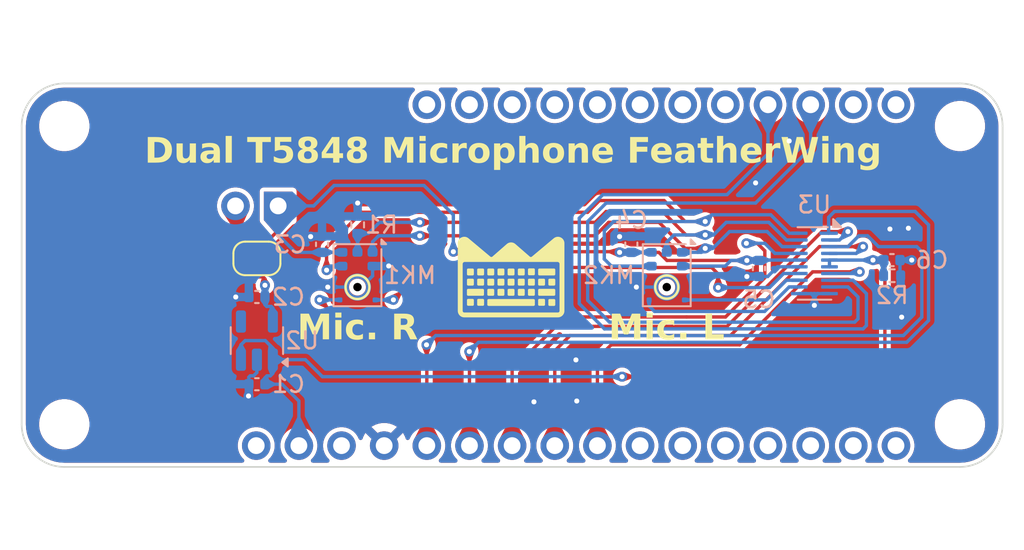
<source format=kicad_pcb>
(kicad_pcb (version 20241229) (generator "pcbnew") (generator_version "9.0")
  (layers (0 "F.Cu" signal) (4 "In1.Cu" signal) (6 "In2.Cu" signal) (2 "B.Cu" signal) (13 "F.Paste" user) (15 "B.Paste" user) (5 "F.SilkS" user "F.Silkscreen") (7 "B.SilkS" user "B.Silkscreen") (1 "F.Mask" user) (3 "B.Mask" user) (25 "Edge.Cuts" user))
  (net 0 "")
  (net 1 "/THSEL_1")
  (net 2 "GND")
  (net 3 "/WAKE_1")
  (net 4 "/WS")
  (net 5 "/SD")
  (net 7 "+1.8V")
  (net 8 "/SCK")
  (net 9 "/THSEL_2")
  (net 11 "/WAKE_2")
  (net 13 "VDD")
  (net 31 "/THSEL_1_{LS}")
  (net 32 "/WAKE_1_{LS}")
  (net 33 "/WS_{LS}")
  (net 34 "/SD_{LS}")
  (net 35 "/SCK_{LS}")
  (net 36 "/THSEL_2_{LS}")
  (net 37 "/WAKE_2_{LS}")
  (net 38 "Net-(J3-Pin_2)")
  (footprint "Connector_PinHeader_2.54mm:PinHeader_1x02_P2.54mm_Vertical" (layer "F.Cu") (at 134.564999 100.87 -90)
    (property "Reference" "J3" (hide yes))
    (property "Value" "Conn_01x02")
    (pad "1" thru_hole rect (at 0 0 270) (size 1.7 1.7) (drill 1) (layers "*.Cu" "B.Mask") (net 7 "+1.8V"))
    (pad "2" thru_hole circle (at 0 2.54 270) (size 1.7 1.7) (drill 1) (layers "*.Cu" "B.Mask") (net 38 "Net-(J3-Pin_2)"))
  )
  (footprint "MountingHole:MountingHole_2.5mm" (layer "F.Cu") (at 121.83 113.89)
    (property "Reference" "H3" (hide yes))
    (property "Value" "MountingHole" (hide yes))
    (pad "" np_thru_hole circle (at 0 0) (size 2.5 2.5) (drill 2.5) (layers "*.Cu" "*.Mask"))
  )
  (footprint "MountingHole:MountingHole_2.5mm" (layer "F.Cu") (at 121.83 96.11)
    (property "Reference" "H1" (hide yes))
    (property "Value" "MountingHole" (hide yes))
    (pad "" np_thru_hole circle (at 0 0) (size 2.5 2.5) (drill 2.5) (layers "*.Cu" "*.Mask"))
  )
  (footprint "MountingHole:MountingHole_2.5mm" (layer "F.Cu") (at 175.17 96.11)
    (property "Reference" "H2" (hide yes))
    (property "Value" "MountingHole" (hide yes))
    (pad "" np_thru_hole circle (at 0 0) (size 2.5 2.5) (drill 2.5) (layers "*.Cu" "*.Mask"))
  )
  (footprint "LordsBoards-Symbol:LordsBoardsLogo_Medium_Silk" (layer "F.Cu") (at 145.2646 102.71)
    (property "Reference" "REF**" (hide yes))
    (property "Value" "LordsBoardsLogo_Small_Silk" (hide yes))
  )
  (footprint "Jumper:SolderJumper-2_P1.3mm_Bridged_RoundedPad1.0x1.5mm" (layer "F.Cu") (at 133.3 104)
    (property "Reference" "JP1" (hide yes))
    (property "Value" "SolderJumper_2_Bridged")
    (fp_poly (pts (xy 0.25 -0.3) (xy -0.25 -0.3) (xy -0.25 0.3) (xy 0.25 0.3)) (fill yes) (layer "F.Cu"))
    (pad "1" smd custom (at -0.650001 0.000002) (size 1 0.5) (layers "F.Cu" "F.Mask") (net 38 "Net-(J3-Pin_2)") (options (clearance outline) (anchor rect)) (primitives (gr_circle (center 0 0.25) (end 0.5 0.25) (width 0) (fill yes)) (gr_circle (center 0 -0.25) (end 0.5 -0.25) (width 0) (fill yes)) (gr_poly (pts (xy 0.5 0.75) (xy 0 0.75) (xy 0 -0.75) (xy 0.5 -0.75)) (width 0) (fill yes))))
    (pad "2" smd custom (at 0.650001 -0.000002) (size 1 0.5) (layers "F.Cu" "F.Mask") (net 7 "+1.8V") (options (clearance outline) (anchor rect)) (primitives (gr_circle (center 0 0.25) (end 0.5 0.25) (width 0) (fill yes)) (gr_circle (center 0 -0.25) (end 0.5 -0.25) (width 0) (fill yes)) (gr_poly (pts (xy 0 0.75) (xy -0.5 0.75) (xy -0.5 -0.75) (xy 0 -0.75)) (width 0) (fill yes))))
  )
  (footprint "MountingHole:MountingHole_2.5mm" (layer "F.Cu") (at 175.17 113.89)
    (property "Reference" "H4" (hide yes))
    (property "Value" "MountingHole" (hide yes))
    (pad "" np_thru_hole circle (at 0 0) (size 2.5 2.5) (drill 2.5) (layers "*.Cu" "*.Mask"))
  )
  (footprint "Capacitor_SMD:C_0402_1005Metric" (layer "B.Cu") (at 163.2 104.6 -90)
    (property "Reference" "C5" (at 1.85 0.000001 180) (layer "B.SilkS") (effects (justify mirror)))
    (property "Value" "1uF")
    (pad "1" smd roundrect (at -0.48 0 270) (size 0.56 0.62) (layers "B.Cu" "B.Mask" "B.Paste") (net 7 "+1.8V"))
    (pad "2" smd roundrect (at 0.48 0 270) (size 0.56 0.62) (layers "B.Cu" "B.Mask" "B.Paste") (net 2 "GND"))
  )
  (footprint "Capacitor_SMD:C_0402_1005Metric" (layer "B.Cu") (at 155.6 103.16 90)
    (property "Reference" "C4" (at 1.44 0 180) (layer "B.SilkS") (effects (justify mirror)))
    (property "Value" "1uF")
    (pad "1" smd roundrect (at -0.48 0 90) (size 0.56 0.62) (layers "B.Cu" "B.Mask" "B.Paste") (net 7 "+1.8V"))
    (pad "2" smd roundrect (at 0.48 0 90) (size 0.56 0.62) (layers "B.Cu" "B.Mask" "B.Paste") (net 2 "GND"))
  )
  (footprint "Capacitor_SMD:C_0402_1005Metric" (layer "B.Cu") (at 137.18 103.16 90)
    (property "Reference" "C3" (at -0.0148 -1.8996 180) (layer "B.SilkS") (effects (justify mirror)))
    (property "Value" "1uF")
    (pad "1" smd roundrect (at -0.48 0 90) (size 0.56 0.62) (layers "B.Cu" "B.Mask" "B.Paste") (net 7 "+1.8V"))
    (pad "2" smd roundrect (at 0.48 0 90) (size 0.56 0.62) (layers "B.Cu" "B.Mask" "B.Paste") (net 2 "GND"))
  )
  (footprint "T5848:TDK_T5848-8_3.5x2.65mm" (layer "B.Cu") (at 157.71 105 180)
    (property "Reference" "MK2" (at 3.4558 -0.0036 0) (layer "B.SilkS") (effects (justify mirror)))
    (property "Value" "T5848")
    (pad "" np_thru_hole circle (at 0 -0.71 180) (size 0.5 0.5) (drill 0.5) (layers "*.Mask"))
    (pad "1" smd roundrect (at -0.9 1.364 180) (size 0.6 0.522) (layers "B.Cu" "B.Mask" "B.Paste") (net 33 "/WS_{LS}"))
    (pad "2" smd roundrect (at -0.9 0.542 180) (size 0.6 0.522) (layers "B.Cu" "B.Mask" "B.Paste") (net 7 "+1.8V"))
    (pad "3" smd custom (at 0.6625 -0.71 90) (size 0.3 0.3) (layers "B.Cu" "B.Mask") (net 2 "GND") (options (clearance outline) (anchor circle)) (primitives (gr_circle (center 0 0.6625) (end 0.6625 0.6625) (width 0.3) (fill no))))
    (pad "4" smd roundrect (at -1.05 -1.475 180) (size 0.3 0.3) (layers "B.Cu" "B.Mask" "B.Paste") (net 37 "/WAKE_2_{LS}"))
    (pad "5" smd roundrect (at 1.05 -1.475 180) (size 0.3 0.3) (layers "B.Cu" "B.Mask" "B.Paste") (net 36 "/THSEL_2_{LS}"))
    (pad "6" smd roundrect (at 0.9 0.542 180) (size 0.6 0.522) (layers "B.Cu" "B.Mask" "B.Paste") (net 35 "/SCK_{LS}"))
    (pad "7" smd roundrect (at 0.9 1.364 180) (size 0.6 0.522) (layers "B.Cu" "B.Mask" "B.Paste") (net 7 "+1.8V"))
    (pad "8" smd roundrect (at 0 1.364 180) (size 0.6 0.522) (layers "B.Cu" "B.Mask" "B.Paste") (net 34 "/SD_{LS}"))
  )
  (footprint "Resistor_SMD:R_0402_1005Metric" (layer "B.Cu") (at 171.13 105.03)
    (property "Reference" "R2" (at 0 1.17 0) (layer "B.SilkS") (effects (justify mirror)))
    (property "Value" "1MR")
    (pad "1" smd roundrect (at -0.510001 0) (size 0.54 0.64) (layers "B.Cu" "B.Mask" "B.Paste") (net 13 "VDD"))
    (pad "2" smd roundrect (at 0.510001 0) (size 0.54 0.64) (layers "B.Cu" "B.Mask" "B.Paste") (net 2 "GND"))
  )
  (footprint "Connector_PinHeader_2.54mm:PinHeader_1x16_P2.54mm_Vertical" (layer "B.Cu") (at 133.26 115.16 -90)
    (property "Reference" "J1" (hide yes))
    (property "Value" "Conn_01x16_Pin")
    (pad "1" thru_hole circle (at 0 0 270) (size 1.7 1.7) (drill 1) (layers "*.Cu" "*.Mask"))
    (pad "2" thru_hole circle (at 0 -2.54 270) (size 1.7 1.7) (drill 1) (layers "*.Cu" "*.Mask") (net 13 "VDD"))
    (pad "3" thru_hole circle (at 0.000001 -5.08 270) (size 1.7 1.7) (drill 1) (layers "*.Cu" "*.Mask"))
    (pad "4" thru_hole circle (at 0 -7.62 270) (size 1.7 1.7) (drill 1) (layers "*.Cu" "*.Mask") (net 2 "GND"))
    (pad "5" thru_hole circle (at 0 -10.16 270) (size 1.7 1.7) (drill 1) (layers "*.Cu" "*.Mask") (net 4 "/WS"))
    (pad "6" thru_hole circle (at 0 -12.7 270) (size 1.7 1.7) (drill 1) (layers "*.Cu" "*.Mask") (net 8 "/SCK"))
    (pad "7" thru_hole circle (at -0.000001 -15.240001 270) (size 1.7 1.7) (drill 1) (layers "*.Cu" "*.Mask") (net 5 "/SD"))
    (pad "8" thru_hole circle (at 0.000001 -17.78 270) (size 1.7 1.7) (drill 1) (layers "*.Cu" "*.Mask") (net 1 "/THSEL_1"))
    (pad "9" thru_hole circle (at 0.000001 -20.319999 270) (size 1.7 1.7) (drill 1) (layers "*.Cu" "*.Mask") (net 3 "/WAKE_1"))
    (pad "10" thru_hole circle (at 0 -22.86 270) (size 1.7 1.7) (drill 1) (layers "*.Cu" "*.Mask"))
    (pad "11" thru_hole circle (at 0 -25.4 270) (size 1.7 1.7) (drill 1) (layers "*.Cu" "*.Mask"))
    (pad "12" thru_hole circle (at 0 -27.94 270) (size 1.7 1.7) (drill 1) (layers "*.Cu" "*.Mask"))
    (pad "13" thru_hole circle (at 0 -30.480001 270) (size 1.7 1.7) (drill 1) (layers "*.Cu" "*.Mask"))
    (pad "14" thru_hole circle (at 0 -33.02 270) (size 1.7 1.7) (drill 1) (layers "*.Cu" "*.Mask"))
    (pad "15" thru_hole circle (at 0 -35.56 270) (size 1.7 1.7) (drill 1) (layers "*.Cu" "*.Mask"))
    (pad "16" thru_hole circle (at 0.000001 -38.1 270) (size 1.7 1.7) (drill 1) (layers "*.Cu" "*.Mask"))
  )
  (footprint "Capacitor_SMD:C_0402_1005Metric" (layer "B.Cu") (at 133.3 106.3 180)
    (property "Reference" "C2" (at -1.8788 0.001 0) (layer "B.SilkS") (effects (justify mirror)))
    (property "Value" "1uF")
    (pad "1" smd roundrect (at -0.48 0 180) (size 0.56 0.62) (layers "B.Cu" "B.Mask" "B.Paste") (net 38 "Net-(J3-Pin_2)"))
    (pad "2" smd roundrect (at 0.48 0 180) (size 0.56 0.62) (layers "B.Cu" "B.Mask" "B.Paste") (net 2 "GND"))
  )
  (footprint "Resistor_SMD:R_0402_1005Metric" (layer "B.Cu") (at 139.3 102 90)
    (property "Reference" "R1" (at 0 1.416 180) (layer "B.SilkS") (effects (justify mirror)))
    (property "Value" "100kR")
    (pad "1" smd roundrect (at -0.510001 0 90) (size 0.54 0.64) (layers "B.Cu" "B.Mask" "B.Paste") (net 34 "/SD_{LS}"))
    (pad "2" smd roundrect (at 0.510001 0 90) (size 0.54 0.64) (layers "B.Cu" "B.Mask" "B.Paste") (net 2 "GND"))
  )
  (footprint "Package_TO_SOT_SMD:SOT-23-5" (layer "B.Cu") (at 133.3 108.9 90)
    (property "Reference" "U2" (at 0 2.6916 180) (layer "B.SilkS") (effects (justify mirror)))
    (property "Value" "TLV7A03_SOT23-5" (hide yes))
    (pad "1" smd roundrect (at -1.1375 0.949999 90) (size 1.325 0.6) (layers "B.Cu" "B.Mask" "B.Paste") (net 13 "VDD"))
    (pad "2" smd roundrect (at -1.1375 0 90) (size 1.325 0.6) (layers "B.Cu" "B.Mask" "B.Paste") (net 2 "GND"))
    (pad "3" smd roundrect (at -1.137501 -0.95 90) (size 1.325 0.6) (layers "B.Cu" "B.Mask" "B.Paste") (net 13 "VDD"))
    (pad "4" smd roundrect (at 1.1375 -0.949999 90) (size 1.325 0.6) (layers "B.Cu" "B.Mask" "B.Paste"))
    (pad "5" smd roundrect (at 1.137501 0.95 90) (size 1.325 0.6) (layers "B.Cu" "B.Mask" "B.Paste") (net 38 "Net-(J3-Pin_2)"))
  )
  (footprint "Capacitor_SMD:C_0402_1005Metric" (layer "B.Cu") (at 133.3 111.5 180)
    (property "Reference" "C1" (at -1.880722 0.000277 0) (layer "B.SilkS") (effects (justify mirror)))
    (property "Value" "1uF")
    (pad "1" smd roundrect (at -0.48 0 180) (size 0.56 0.62) (layers "B.Cu" "B.Mask" "B.Paste") (net 13 "VDD"))
    (pad "2" smd roundrect (at 0.48 0 180) (size 0.56 0.62) (layers "B.Cu" "B.Mask" "B.Paste") (net 2 "GND"))
  )
  (footprint "Package_SON:USON-20_2x4mm_P0.4mm" (layer "B.Cu") (at 166.5 104.3 180)
    (property "Reference" "U3" (at 0 3.5 0) (layer "B.SilkS") (effects (justify mirror)))
    (property "Value" "TXB0108DQSR")
    (pad "1" smd roundrect (at -0.85 1.8 270) (size 0.2 1.1) (layers "B.Cu" "B.Mask" "B.Paste") (net 8 "/SCK"))
    (pad "2" smd roundrect (at -0.9 1.4 270) (size 0.2 1) (layers "B.Cu" "B.Mask" "B.Paste") (net 5 "/SD"))
    (pad "3" smd roundrect (at -0.9 1 270) (size 0.2 1) (layers "B.Cu" "B.Mask" "B.Paste") (net 4 "/WS"))
    (pad "4" smd roundrect (at -0.9 0.6 270) (size 0.2 1) (layers "B.Cu" "B.Mask" "B.Paste") (net 1 "/THSEL_1"))
    (pad "5" smd roundrect (at -0.9 0.2 270) (size 0.2 1) (layers "B.Cu" "B.Mask" "B.Paste") (net 13 "VDD"))
    (pad "6" smd roundrect (at -0.9 -0.2 270) (size 0.2 1) (layers "B.Cu" "B.Mask" "B.Paste") (net 13 "VDD"))
    (pad "7" smd roundrect (at -0.9 -0.6 270) (size 0.2 1) (layers "B.Cu" "B.Mask" "B.Paste") (net 3 "/WAKE_1"))
    (pad "8" smd roundrect (at -0.9 -1 270) (size 0.2 1) (layers "B.Cu" "B.Mask" "B.Paste") (net 11 "/WAKE_2"))
    (pad "9" smd roundrect (at -0.9 -1.4 270) (size 0.2 1) (layers "B.Cu" "B.Mask" "B.Paste") (net 9 "/THSEL_2"))
    (pad "10" smd roundrect (at -0.9 -1.8 270) (size 0.2 1) (layers "B.Cu" "B.Mask" "B.Paste") (net 2 "GND"))
    (pad "11" smd roundrect (at 0.9 -1.8 270) (size 0.2 1) (layers "B.Cu" "B.Mask" "B.Paste") (net 2 "GND"))
    (pad "12" smd roundrect (at 0.9 -1.4 270) (size 0.2 1) (layers "B.Cu" "B.Mask" "B.Paste") (net 36 "/THSEL_2_{LS}"))
    (pad "13" smd roundrect (at 0.9 -1 270) (size 0.2 1) (layers "B.Cu" "B.Mask" "B.Paste") (net 37 "/WAKE_2_{LS}"))
    (pad "14" smd roundrect (at 0.9 -0.6 270) (size 0.2 1) (layers "B.Cu" "B.Mask" "B.Paste") (net 32 "/WAKE_1_{LS}"))
    (pad "15" smd roundrect (at 0.9 -0.2 270) (size 0.2 1) (layers "B.Cu" "B.Mask" "B.Paste") (net 2 "GND"))
    (pad "16" smd roundrect (at 0.9 0.2 270) (size 0.2 1) (layers "B.Cu" "B.Mask" "B.Paste") (net 7 "+1.8V"))
    (pad "17" smd roundrect (at 0.9 0.6 270) (size 0.2 1) (layers "B.Cu" "B.Mask" "B.Paste") (net 31 "/THSEL_1_{LS}"))
    (pad "18" smd roundrect (at 0.9 1 270) (size 0.2 1) (layers "B.Cu" "B.Mask" "B.Paste") (net 33 "/WS_{LS}"))
    (pad "19" smd roundrect (at 0.9 1.4 270) (size 0.2 1) (layers "B.Cu" "B.Mask" "B.Paste") (net 34 "/SD_{LS}"))
    (pad "20" smd roundrect (at 0.9 1.8 270) (size 0.2 1) (layers "B.Cu" "B.Mask" "B.Paste") (net 35 "/SCK_{LS}"))
  )
  (footprint "T5848:TDK_T5848-8_3.5x2.65mm" (layer "B.Cu") (at 139.29 105 180)
    (property "Reference" "MK1" (at -3.1278 -0.0036 0) (layer "B.SilkS") (effects (justify mirror)))
    (property "Value" "T5848")
    (pad "" np_thru_hole circle (at 0 -0.71 180) (size 0.5 0.5) (drill 0.5) (layers "*.Mask"))
    (pad "1" smd roundrect (at -0.9 1.364 180) (size 0.6 0.522) (layers "B.Cu" "B.Mask" "B.Paste") (net 33 "/WS_{LS}"))
    (pad "2" smd roundrect (at -0.9 0.542 180) (size 0.6 0.522) (layers "B.Cu" "B.Mask" "B.Paste") (net 2 "GND"))
    (pad "3" smd custom (at 0.6625 -0.71 90) (size 0.3 0.3) (layers "B.Cu" "B.Mask") (net 2 "GND") (options (clearance outline) (anchor circle)) (primitives (gr_circle (center 0 0.6625) (end 0.6625 0.6625) (width 0.3) (fill no))))
    (pad "4" smd roundrect (at -1.05 -1.475 180) (size 0.3 0.3) (layers "B.Cu" "B.Mask" "B.Paste") (net 32 "/WAKE_1_{LS}"))
    (pad "5" smd roundrect (at 1.05 -1.475 180) (size 0.3 0.3) (layers "B.Cu" "B.Mask" "B.Paste") (net 31 "/THSEL_1_{LS}"))
    (pad "6" smd roundrect (at 0.9 0.542 180) (size 0.6 0.522) (layers "B.Cu" "B.Mask" "B.Paste") (net 35 "/SCK_{LS}"))
    (pad "7" smd roundrect (at 0.9 1.364 180) (size 0.6 0.522) (layers "B.Cu" "B.Mask" "B.Paste") (net 7 "+1.8V"))
    (pad "8" smd roundrect (at 0 1.364 180) (size 0.6 0.522) (layers "B.Cu" "B.Mask" "B.Paste") (net 34 "/SD_{LS}"))
  )
  (footprint "Connector_PinHeader_2.54mm:PinHeader_1x12_P2.54mm_Vertical" (layer "B.Cu") (at 143.42 94.84 -90)
    (property "Reference" "J2" (hide yes))
    (property "Value" "Conn_01x12_Pin")
    (pad "1" thru_hole circle (at 0 0 270) (size 1.7 1.7) (drill 1) (layers "*.Cu" "*.Mask"))
    (pad "2" thru_hole circle (at 0 -2.54 270) (size 1.7 1.7) (drill 1) (layers "*.Cu" "*.Mask"))
    (pad "3" thru_hole circle (at 0.000001 -5.08 270) (size 1.7 1.7) (drill 1) (layers "*.Cu" "*.Mask"))
    (pad "4" thru_hole circle (at 0 -7.62 270) (size 1.7 1.7) (drill 1) (layers "*.Cu" "*.Mask"))
    (pad "5" thru_hole circle (at 0 -10.16 270) (size 1.7 1.7) (drill 1) (layers "*.Cu" "*.Mask"))
    (pad "6" thru_hole circle (at 0 -12.7 270) (size 1.7 1.7) (drill 1) (layers "*.Cu" "*.Mask"))
    (pad "7" thru_hole circle (at -0.000001 -15.240001 270) (size 1.7 1.7) (drill 1) (layers "*.Cu" "*.Mask"))
    (pad "8" thru_hole circle (at 0.000001 -17.78 270) (size 1.7 1.7) (drill 1) (layers "*.Cu" "*.Mask"))
    (pad "9" thru_hole circle (at 0.000001 -20.319999 270) (size 1.7 1.7) (drill 1) (layers "*.Cu" "*.Mask") (net 11 "/WAKE_2"))
    (pad "10" thru_hole circle (at 0 -22.86 270) (size 1.7 1.7) (drill 1) (layers "*.Cu" "*.Mask") (net 9 "/THSEL_2"))
    (pad "11" thru_hole circle (at 0 -25.4 270) (size 1.7 1.7) (drill 1) (layers "*.Cu" "*.Mask"))
    (pad "12" thru_hole circle (at 0 -27.94 270) (size 1.7 1.7) (drill 1) (layers "*.Cu" "*.Mask"))
  )
  (footprint "Capacitor_SMD:C_0402_1005Metric" (layer "B.Cu") (at 171.12 104.1)
    (property "Reference" "C6" (at 2.38 0 0) (layer "B.SilkS") (effects (justify mirror)))
    (property "Value" "1uF")
    (pad "1" smd roundrect (at -0.48 0) (size 0.56 0.62) (layers "B.Cu" "B.Mask" "B.Paste") (net 13 "VDD"))
    (pad "2" smd roundrect (at 0.48 0) (size 0.56 0.62) (layers "B.Cu" "B.Mask" "B.Paste") (net 2 "GND"))
  )
  (gr_circle (center 139.29 105.71) (end 140 105.7) (stroke (width 0.15)) (fill no) (layer "F.SilkS"))
  (gr_circle (center 157.71 105.71) (end 158.4 105.7) (stroke (width 0.15)) (fill no) (layer "F.SilkS"))
  (gr_arc (start 119.29 96.11) (mid 120.033949 94.313949) (end 121.83 93.57) (stroke (width 0.1)) (layer "Edge.Cuts"))
  (gr_line (start 175.17 116.43) (end 121.83 116.43) (stroke (width 0.1)) (layer "Edge.Cuts"))
  (gr_arc (start 121.83 116.43) (mid 120.033949 115.686051) (end 119.29 113.89) (stroke (width 0.1)) (layer "Edge.Cuts"))
  (gr_line (start 121.83 93.57) (end 175.17 93.57) (stroke (width 0.1)) (layer "Edge.Cuts"))
  (gr_arc (start 175.17 93.57) (mid 176.966051 94.313949) (end 177.71 96.11) (stroke (width 0.1)) (layer "Edge.Cuts"))
  (gr_arc (start 177.71 113.89) (mid 176.966051 115.686051) (end 175.17 116.43) (stroke (width 0.1)) (layer "Edge.Cuts"))
  (gr_line (start 119.29 113.89) (end 119.29 96.11) (stroke (width 0.1)) (layer "Edge.Cuts"))
  (gr_line (start 177.71 96.11) (end 177.71 113.89) (stroke (width 0.1)) (layer "Edge.Cuts"))
  (gr_text "Mic. L" (at 157.7 108.2 0) (layer "F.SilkS") (effects (font (size 1.5 1.5) (thickness 0.3) (bold yes))))
  (gr_text "Mic. R" (at 139.3 108.2 0) (layer "F.SilkS") (effects (font (size 1.5 1.5) (thickness 0.3) (bold yes))))
  (gr_text "Dual T5848 Microphone FeatherWing" (at 148.56 97.67 0) (layer "F.SilkS") (effects (font (size 1.5 1.5) (thickness 0.3) (bold yes))))
  (segment (start 169.4 103.3) (end 166.8 103.3) (width 0.2) (layer "F.Cu") (net 1))
  (segment (start 161.5 108.6) (end 151.95 108.6) (width 0.2) (layer "F.Cu") (net 1))
  (segment (start 151.04 109.51) (end 151.04 115.160001) (width 0.2) (layer "F.Cu") (net 1))
  (segment (start 151.95 108.6) (end 151.04 109.51) (width 0.2) (layer "F.Cu") (net 1))
  (segment (start 166.8 103.3) (end 161.5 108.6) (width 0.2) (layer "F.Cu") (net 1))
  (via (at 169.4 103.3) (size 0.6) (drill 0.3) (layers "F.Cu" "B.Cu") (net 1))
  (segment (start 169 103.7) (end 169.4 103.3) (width 0.2) (layer "B.Cu") (net 1))
  (segment (start 167.4 103.7) (end 169 103.7) (width 0.2) (layer "B.Cu") (net 1))
  (via (at 166.5 106.8) (size 0.6) (drill 0.3) (layers "F.Cu" "B.Cu") (net 2))
  (via (at 171.7 107.5) (size 0.6) (drill 0.3) (layers "F.Cu" "B.Cu") (net 2))
  (via (at 152.3 110.05) (size 0.6) (drill 0.3) (layers "F.Cu" "B.Cu") (net 2))
  (via (at 154.9 102.7) (size 0.6) (drill 0.3) (layers "F.Cu" "B.Cu") (net 2))
  (via (at 165 97) (size 0.6) (drill 0.3) (layers "F.Cu" "B.Cu") (net 2))
  (via (at 132.8 112.2) (size 0.6) (drill 0.3) (layers "F.Cu" "B.Cu") (net 2))
  (via (at 172.3 104.1) (size 0.6) (drill 0.3) (layers "F.Cu" "B.Cu") (net 2))
  (via (at 172.1 102.2) (size 0.6) (drill 0.3) (layers "F.Cu" "B.Cu") (net 2))
  (via (at 162.48 105.08) (size 0.6) (drill 0.3) (layers "F.Cu" "B.Cu") (net 2))
  (via (at 155.9 105.71) (size 0.6) (drill 0.3) (layers "F.Cu" "B.Cu") (net 2))
  (via (at 141.15 104.45) (size 0.6) (drill 0.3) (layers "F.Cu" "B.Cu") (net 2))
  (via (at 163 99.5) (size 0.6) (drill 0.3) (layers "F.Cu" "B.Cu") (net 2))
  (via (at 149.8 112.55) (size 0.6) (drill 0.3) (layers "F.Cu" "B.Cu") (net 2))
  (via (at 139.3 100.7) (size 0.6) (drill 0.3) (layers "F.Cu" "B.Cu") (net 2))
  (via (at 136.5 102.7) (size 0.6) (drill 0.3) (layers "F.Cu" "B.Cu") (net 2))
  (via (at 171 102.25) (size 0.6) (drill 0.3) (layers "F.Cu" "B.Cu") (net 2))
  (via (at 132.04 106.3) (size 0.6) (drill 0.3) (layers "F.Cu" "B.Cu") (net 2))
  (via (at 137.52 105.71) (size 0.6) (drill 0.3) (layers "F.Cu" "B.Cu") (net 2))
  (via (at 152.35 112.5) (size 0.6) (drill 0.3) (layers "F.Cu" "B.Cu") (net 2))
  (segment (start 138.6275 105.71) (end 137.52 105.71) (width 0.2) (layer "B.Cu") (net 2))
  (segment (start 171.6 104.989999) (end 171.640001 105.03) (width 0.2) (layer "B.Cu") (net 2))
  (segment (start 171.6 104.1) (end 172.3 104.1) (width 0.2) (layer "B.Cu") (net 2))
  (segment (start 137.18 102.68) (end 136.52 102.68) (width 0.2) (layer "B.Cu") (net 2))
  (segment (start 133.1 111) (end 132.9 111) (width 0.2) (layer "B.Cu") (net 2))
  (segment (start 132.82 111.5) (end 132.82 112.18) (width 0.2) (layer "B.Cu") (net 2))
  (segment (start 171.6 104.1) (end 171.6 104.989999) (width 0.2) (layer "B.Cu") (net 2))
  (segment (start 166.5 106.4) (end 166.5 106.3) (width 0.2) (layer "B.Cu") (net 2))
  (segment (start 133.3 110.8) (end 133.1 111) (width 0.2) (layer "B.Cu") (net 2))
  (segment (start 132.82 106.3) (end 132.04 106.3) (width 0.2) (layer "B.Cu") (net 2))
  (segment (start 166.5 106.3) (end 166.7 106.1) (width 0.2) (layer "B.Cu") (net 2))
  (segment (start 140.19 104.458) (end 141.142 104.458) (width 0.2) (layer "B.Cu") (net 2))
  (segment (start 164.3 104.5) (end 165.6 104.5) (width 0.2) (layer "B.Cu") (net 2))
  (segment (start 133.3 110.0375) (end 133.3 110.8) (width 0.2) (layer "B.Cu") (net 2))
  (segment (start 166.5 106.3) (end 166.3 106.1) (width 0.2) (layer "B.Cu") (net 2))
  (segment (start 166.5 106.1) (end 166.5 106.4) (width 0.2) (layer "B.Cu") (net 2))
  (segment (start 166.7 106.1) (end 167.4 106.1) (width 0.2) (layer "B.Cu") (net 2))
  (segment (start 157.0475 105.71) (end 155.9 105.71) (width 0.2) (layer "B.Cu") (net 2))
  (segment (start 163.72 105.08) (end 164.3 104.5) (width 0.2) (layer "B.Cu") (net 2))
  (segment (start 154.92 102.68) (end 154.9 102.7) (width 0.2) (layer "B.Cu") (net 2))
  (segment (start 163.2 105.08) (end 163.72 105.08) (width 0.2) (layer "B.Cu") (net 2))
  (segment (start 166.3 106.1) (end 166.5 106.1) (width 0.2) (layer "B.Cu") (net 2))
  (segment (start 132.82 111.08) (end 132.82 111.5) (width 0.2) (layer "B.Cu") (net 2))
  (segment (start 132.82 112.18) (end 132.8 112.2) (width 0.2) (layer "B.Cu") (net 2))
  (segment (start 140.19 105.043029) (end 139.983524 105.249505) (width 0.2) (layer "B.Cu") (net 2))
  (segment (start 132.9 111) (end 132.82 111.08) (width 0.2) (layer "B.Cu") (net 2))
  (segment (start 166.5 106.1) (end 166.7 106.1) (width 0.2) (layer "B.Cu") (net 2))
  (segment (start 139.3 101.489999) (end 139.3 100.7) (width 0.2) (layer "B.Cu") (net 2))
  (segment (start 166.5 106.4) (end 166.5 106.8) (width 0.2) (layer "B.Cu") (net 2))
  (segment (start 165.6 106.1) (end 166.3 106.1) (width 0.2) (layer "B.Cu") (net 2))
  (segment (start 141.142 104.458) (end 141.15 104.45) (width 0.2) (layer "B.Cu") (net 2))
  (segment (start 155.6 102.68) (end 154.92 102.68) (width 0.2) (layer "B.Cu") (net 2))
  (segment (start 163.2 105.08) (end 162.48 105.08) (width 0.2) (layer "B.Cu") (net 2))
  (segment (start 140.19 104.458) (end 140.19 105.043029) (width 0.2) (layer "B.Cu") (net 2))
  (segment (start 136.52 102.68) (end 136.5 102.7) (width 0.2) (layer "B.Cu") (net 2))
  (segment (start 162.05 109.15) (end 166.4 104.8) (width 0.2) (layer "F.Cu") (net 3))
  (segment (start 166.4 104.8) (end 169.2 104.8) (width 0.2) (layer "F.Cu") (net 3))
  (segment (start 153.579999 115.160001) (end 153.579999 109.970001) (width 0.2) (layer "F.Cu") (net 3))
  (segment (start 154.4 109.15) (end 162.05 109.15) (width 0.2) (layer "F.Cu") (net 3))
  (segment (start 153.579999 109.970001) (end 154.4 109.15) (width 0.2) (layer "F.Cu") (net 3))
  (via (at 169.2 104.8) (size 0.6) (drill 0.3) (layers "F.Cu" "B.Cu") (net 3))
  (segment (start 167.4 104.9) (end 169.1 104.9) (width 0.2) (layer "B.Cu") (net 3))
  (segment (start 169.1 104.9) (end 169.2 104.8) (width 0.2) (layer "B.Cu") (net 3))
  (segment (start 143.4 109.15) (end 143.42 109.17) (width 0.2) (layer "F.Cu") (net 4))
  (segment (start 143.42 109.17) (end 143.42 115.16) (width 0.2) (layer "F.Cu") (net 4))
  (via (at 143.4 109.15) (size 0.6) (drill 0.3) (layers "F.Cu" "B.Cu") (net 4))
  (segment (start 145.45 108.6) (end 143.95 108.6) (width 0.2) (layer "B.Cu") (net 4))
  (segment (start 169.15 102.65) (end 169.669239 102.65) (width 0.2) (layer "B.Cu") (net 4))
  (segment (start 172.6 103.3) (end 172.9 103.6) (width 0.2) (layer "B.Cu") (net 4))
  (segment (start 168.5 103.3) (end 169.15 102.65) (width 0.2) (layer "B.Cu") (net 4))
  (segment (start 167.4 103.3) (end 168.5 103.3) (width 0.2) (layer "B.Cu") (net 4))
  (segment (start 169.669239 102.65) (end 170.319239 103.3) (width 0.2) (layer "B.Cu") (net 4))
  (segment (start 171.8 108.6) (end 145.45 108.6) (width 0.2) (layer "B.Cu") (net 4))
  (segment (start 172.9 103.6) (end 172.9 107.5) (width 0.2) (layer "B.Cu") (net 4))
  (segment (start 172.9 107.5) (end 171.8 108.6) (width 0.2) (layer "B.Cu") (net 4))
  (segment (start 170.319239 103.3) (end 172.6 103.3) (width 0.2) (layer "B.Cu") (net 4))
  (segment (start 143.95 108.6) (end 143.4 109.15) (width 0.2) (layer "B.Cu") (net 4))
  (segment (start 166.95 102.4) (end 168.5 102.4) (width 0.2) (layer "F.Cu") (net 5))
  (segment (start 148.500001 110.649999) (end 151.1 108.05) (width 0.2) (layer "F.Cu") (net 5))
  (segment (start 161.3 108.05) (end 166.95 102.4) (width 0.2) (layer "F.Cu") (net 5))
  (segment (start 148.500001 115.159999) (end 148.500001 110.649999) (width 0.2) (layer "F.Cu") (net 5))
  (segment (start 151.1 108.05) (end 161.3 108.05) (width 0.2) (layer "F.Cu") (net 5))
  (via (at 168.5 102.4) (size 0.6) (drill 0.3) (layers "F.Cu" "B.Cu") (net 5))
  (segment (start 167.4 102.9) (end 168 102.9) (width 0.2) (layer "B.Cu") (net 5))
  (segment (start 168 102.9) (end 168.5 102.4) (width 0.2) (layer "B.Cu") (net 5))
  (segment (start 157.72 104.12) (end 157.24 103.64) (width 0.2) (layer "F.Cu") (net 7))
  (segment (start 157.24 103.64) (end 154.9 103.64) (width 0.2) (layer "F.Cu") (net 7))
  (segment (start 154.86 103.6) (end 154.9 103.64) (width 0.2) (layer "F.Cu") (net 7))
  (segment (start 134.564999 102.335001) (end 134.564999 100.87) (width 0.2) (layer "F.Cu") (net 7))
  (segment (start 162.48 104.12) (end 157.72 104.12) (width 0.2) (layer "F.Cu") (net 7))
  (segment (start 133.950001 103.999998) (end 133.950001 102.949999) (width 0.2) (layer "F.Cu") (net 7))
  (segment (start 145 103.6) (end 154.86 103.6) (width 0.2) (layer "F.Cu") (net 7))
  (segment (start 133.950001 102.949999) (end 134.564999 102.335001) (width 0.2) (layer "F.Cu") (net 7))
  (via (at 162.48 104.12) (size 0.6) (drill 0.3) (layers "F.Cu" "B.Cu") (net 7))
  (via (at 145 103.6) (size 0.6) (drill 0.3) (layers "F.Cu" "B.Cu") (net 7))
  (via (at 154.9 103.64) (size 0.6) (drill 0.3) (layers "F.Cu" "B.Cu") (net 7))
  (segment (start 145 101.4) (end 145 103.6) (width 0.2) (layer "B.Cu") (net 7))
  (segment (start 165.6 104.1) (end 163.22 104.1) (width 0.2) (layer "B.Cu") (net 7))
  (segment (start 134.564999 102.604999) (end 135.6 103.64) (width 0.2) (layer "B.Cu") (net 7))
  (segment (start 137.184 103.636) (end 137.18 103.64) (width 0.2) (layer "B.Cu") (net 7))
  (segment (start 134.564999 100.87) (end 134.564999 102.604999) (width 0.2) (layer "B.Cu") (net 7))
  (segment (start 161.192 104.458) (end 161.53 104.12) (width 0.2) (layer "B.Cu") (net 7))
  (segment (start 137.9 99.65) (end 143.25 99.65) (width 0.2) (layer "B.Cu") (net 7))
  (segment (start 155.6 103.64) (end 156.806 103.64) (width 0.2) (layer "B.Cu") (net 7))
  (segment (start 158.61 104.458) (end 161.192 104.458) (width 0.2) (layer "B.Cu") (net 7))
  (segment (start 163.2 104.12) (end 162.48 104.12) (width 0.2) (layer "B.Cu") (net 7))
  (segment (start 155.6 103.64) (end 154.9 103.64) (width 0.2) (layer "B.Cu") (net 7))
  (segment (start 156.806 103.64) (end 156.81 103.636) (width 0.2) (layer "B.Cu") (net 7))
  (segment (start 163.22 104.1) (end 163.2 104.12) (width 0.2) (layer "B.Cu") (net 7))
  (segment (start 136.68 100.87) (end 137.9 99.65) (width 0.2) (layer "B.Cu") (net 7))
  (segment (start 143.25 99.65) (end 145 101.4) (width 0.2) (layer "B.Cu") (net 7))
  (segment (start 134.564999 100.87) (end 136.68 100.87) (width 0.2) (layer "B.Cu") (net 7))
  (segment (start 161.53 104.12) (end 162.48 104.12) (width 0.2) (layer "B.Cu") (net 7))
  (segment (start 135.6 103.64) (end 137.18 103.64) (width 0.2) (layer "B.Cu") (net 7))
  (segment (start 138.39 103.636) (end 137.184 103.636) (width 0.2) (layer "B.Cu") (net 7))
  (segment (start 145.96 109.56) (end 145.96 115.16) (width 0.2) (layer "F.Cu") (net 8))
  (segment (start 145.95 109.55) (end 145.96 109.56) (width 0.2) (layer "F.Cu") (net 8))
  (via (at 145.95 109.55) (size 0.6) (drill 0.3) (layers "F.Cu" "B.Cu") (net 8))
  (segment (start 172 109) (end 146.95 109) (width 0.2) (layer "B.Cu") (net 8))
  (segment (start 172.5 101.2) (end 173.3 102) (width 0.2) (layer "B.Cu") (net 8))
  (segment (start 167.35 102.5) (end 167.35 101.55) (width 0.2) (layer "B.Cu") (net 8))
  (segment (start 173.3 102) (end 173.3 107.7) (width 0.2) (layer "B.Cu") (net 8))
  (segment (start 167.35 101.55) (end 167.7 101.2) (width 0.2) (layer "B.Cu") (net 8))
  (segment (start 173.3 107.7) (end 172 109) (width 0.2) (layer "B.Cu") (net 8))
  (segment (start 146.5 109) (end 145.95 109.55) (width 0.2) (layer "B.Cu") (net 8))
  (segment (start 167.7 101.2) (end 172.5 101.2) (width 0.2) (layer "B.Cu") (net 8))
  (segment (start 146.95 109) (end 146.5 109) (width 0.2) (layer "B.Cu") (net 8))
  (segment (start 154.1 100.7) (end 163 100.7) (width 0.2) (layer "B.Cu") (net 9))
  (segment (start 168.9 107.8) (end 154.3 107.8) (width 0.2) (layer "B.Cu") (net 9))
  (segment (start 153 101.8) (end 154.1 100.7) (width 0.2) (layer "B.Cu") (net 9))
  (segment (start 169.1 107.6) (end 168.9 107.8) (width 0.2) (layer "B.Cu") (net 9))
  (segment (start 168.5 105.7) (end 169.1 106.3) (width 0.2) (layer "B.Cu") (net 9))
  (segment (start 154.3 107.8) (end 153 106.5) (width 0.2) (layer "B.Cu") (net 9))
  (segment (start 163 100.7) (end 166.28 97.42) (width 0.2) (layer "B.Cu") (net 9))
  (segment (start 166.28 97.42) (end 166.28 94.84) (width 0.2) (layer "B.Cu") (net 9))
  (segment (start 153 106.5) (end 153 101.8) (width 0.2) (layer "B.Cu") (net 9))
  (segment (start 169.1 106.3) (end 169.1 107.6) (width 0.2) (layer "B.Cu") (net 9))
  (segment (start 167.4 105.7) (end 168.5 105.7) (width 0.2) (layer "B.Cu") (net 9))
  (segment (start 169.4 108.2) (end 154 108.2) (width 0.2) (layer "B.Cu") (net 11))
  (segment (start 163.739999 97.760001) (end 163.739999 94.840001) (width 0.2) (layer "B.Cu") (net 11))
  (segment (start 168.8 105.3) (end 169.6 106.1) (width 0.2) (layer "B.Cu") (net 11))
  (segment (start 167.4 105.3) (end 168.8 105.3) (width 0.2) (layer "B.Cu") (net 11))
  (segment (start 161.3 100.2) (end 163.739999 97.760001) (width 0.2) (layer "B.Cu") (net 11))
  (segment (start 152.5 106.7) (end 152.5 101.6) (width 0.2) (layer "B.Cu") (net 11))
  (segment (start 153.9 100.2) (end 161.3 100.2) (width 0.2) (layer "B.Cu") (net 11))
  (segment (start 169.6 108) (end 169.4 108.2) (width 0.2) (layer "B.Cu") (net 11))
  (segment (start 154 108.2) (end 152.5 106.7) (width 0.2) (layer "B.Cu") (net 11))
  (segment (start 152.5 101.6) (end 153.9 100.2) (width 0.2) (layer "B.Cu") (net 11))
  (segment (start 169.6 106.1) (end 169.6 108) (width 0.2) (layer "B.Cu") (net 11))
  (segment (start 169.99 104.1) (end 170.4 104.1) (width 0.2) (layer "F.Cu") (net 13))
  (segment (start 170.7 104.4) (end 170.7 110.65) (width 0.2) (layer "F.Cu") (net 13))
  (segment (start 170.7 110.65) (end 170.3 111.05) (width 0.2) (layer "F.Cu") (net 13))
  (segment (start 170.3 111.05) (end 155.05 111.05) (width 0.2) (layer "F.Cu") (net 13))
  (segment (start 170.4 104.1) (end 170.7 104.4) (width 0.2) (layer "F.Cu") (net 13))
  (via (at 155.05 111.05) (size 0.6) (drill 0.3) (layers "F.Cu" "B.Cu") (net 13))
  (via (at 169.99 104.1) (size 0.6) (drill 0.3) (layers "F.Cu" "B.Cu") (net 13))
  (segment (start 132.6 108.9) (end 133.8 108.9) (width 0.2) (layer "B.Cu") (net 13))
  (segment (start 169.99 104.1) (end 170.64 104.1) (width 0.2) (layer "B.Cu") (net 13))
  (segment (start 134.249999 109.349999) (end 134.249999 110.0375) (width 0.2) (layer "B.Cu") (net 13))
  (segment (start 132.35 110.037501) (end 132.35 109.15) (width 0.2) (layer "B.Cu") (net 13))
  (segment (start 155.05 111.05) (end 137.2 111.05) (width 0.2) (layer "B.Cu") (net 13))
  (segment (start 167.4 104.5) (end 167.4 104.1) (width 0.2) (layer "B.Cu") (net 13))
  (segment (start 133.78 111.5) (end 134.8 111.5) (width 0.2) (layer "B.Cu") (net 13))
  (segment (start 134.249999 110.850001) (end 134.249999 110.0375) (width 0.2) (layer "B.Cu") (net 13))
  (segment (start 167.4 104.1) (end 169.99 104.1) (width 0.2) (layer "B.Cu") (net 13))
  (segment (start 134.8 111.5) (end 135.8 112.5) (width 0.2) (layer "B.Cu") (net 13))
  (segment (start 170.619999 104.120001) (end 170.64 104.1) (width 0.2) (layer "B.Cu") (net 13))
  (segment (start 133.9 111) (end 134.1 111) (width 0.2) (layer "B.Cu") (net 13))
  (segment (start 133.8 108.9) (end 134.249999 109.349999) (width 0.2) (layer "B.Cu") (net 13))
  (segment (start 137.2 111.05) (end 136.1875 110.0375) (width 0.2) (layer "B.Cu") (net 13))
  (segment (start 170.619999 105.03) (end 170.619999 104.120001) (width 0.2) (layer "B.Cu") (net 13))
  (segment (start 133.78 111.12) (end 133.9 111) (width 0.2) (layer "B.Cu") (net 13))
  (segment (start 134.1 111) (end 134.249999 110.850001) (width 0.2) (layer "B.Cu") (net 13))
  (segment (start 136.1875 110.0375) (end 134.249999 110.0375) (width 0.2) (layer "B.Cu") (net 13))
  (segment (start 132.35 109.15) (end 132.6 108.9) (width 0.2) (layer "B.Cu") (net 13))
  (segment (start 135.8 112.5) (end 135.8 115.16) (width 0.2) (layer "B.Cu") (net 13))
  (segment (start 133.78 111.5) (end 133.78 111.12) (width 0.2) (layer "B.Cu") (net 13))
  (segment (start 161.21 107.49) (end 158.89 107.49) (width 0.2) (layer "F.Cu") (net 31))
  (segment (start 163.1 103.1) (end 163.55 103.55) (width 0.2) (layer "F.Cu") (net 31))
  (segment (start 138.05 107.49) (end 137.03 106.47) (width 0.2) (layer "F.Cu") (net 31))
  (segment (start 163.55 103.55) (end 163.55 105.15) (width 0.2) (layer "F.Cu") (net 31))
  (segment (start 162.45 103.1) (end 163.1 103.1) (width 0.2) (layer "F.Cu") (net 31))
  (segment (start 163.55 105.15) (end 161.21 107.49) (width 0.2) (layer "F.Cu") (net 31))
  (segment (start 158.89 107.49) (end 138.29 107.49) (width 0.2) (layer "F.Cu") (net 31))
  (segment (start 138.29 107.49) (end 138.05 107.49) (width 0.2) (layer "F.Cu") (net 31))
  (via (at 137.03 106.47) (size 0.6) (drill 0.3) (layers "F.Cu" "B.Cu") (net 31))
  (via (at 162.45 103.1) (size 0.6) (drill 0.3) (layers "F.Cu" "B.Cu") (net 31))
  (segment (start 137.03 106.47) (end 138.235 106.47) (width 0.2) (layer "B.Cu") (net 31))
  (segment (start 164.15 103.7) (end 163.85 103.4) (width 0.2) (layer "B.Cu") (net 31))
  (segment (start 163.55 103.1) (end 162.45 103.1) (width 0.2) (layer "B.Cu") (net 31))
  (segment (start 163.85 103.4) (end 163.55 103.1) (width 0.2) (layer "B.Cu") (net 31))
  (segment (start 165.6 103.7) (end 164.15 103.7) (width 0.2) (layer "B.Cu") (net 31))
  (segment (start 138.235 106.47) (end 138.24 106.475) (width 0.2) (layer "B.Cu") (net 31))
  (segment (start 160.77 104.93) (end 160.77 105.74) (width 0.2) (layer "F.Cu") (net 32))
  (segment (start 143.36 104.54) (end 160.38 104.54) (width 0.2) (layer "F.Cu") (net 32))
  (segment (start 160.38 104.54) (end 160.77 104.93) (width 0.2) (layer "F.Cu") (net 32))
  (segment (start 141.43 106.47) (end 143.36 104.54) (width 0.2) (layer "F.Cu") (net 32))
  (via (at 141.43 106.47) (size 0.6) (drill 0.3) (layers "F.Cu" "B.Cu") (net 32))
  (via (at 160.77 105.74) (size 0.6) (drill 0.3) (layers "F.Cu" "B.Cu") (net 32))
  (segment (start 140.34 106.475) (end 141.425 106.475) (width 0.2) (layer "B.Cu") (net 32))
  (segment (start 141.425 106.475) (end 141.43 106.47) (width 0.2) (layer "B.Cu") (net 32))
  (segment (start 164.66863 104.9) (end 163.82863 105.74) (width 0.2) (layer "B.Cu") (net 32))
  (segment (start 165.6 104.9) (end 164.66863 104.9) (width 0.2) (layer "B.Cu") (net 32))
  (segment (start 163.82863 105.74) (end 160.77 105.74) (width 0.2) (layer "B.Cu") (net 32))
  (segment (start 159.999997 103.4) (end 160 103.400003) (width 0.2) (layer "F.Cu") (net 33))
  (segment (start 153.45 102.65) (end 154.25 101.85) (width 0.2) (layer "F.Cu") (net 33))
  (segment (start 154.25 101.85) (end 157.25 101.85) (width 0.2) (layer "F.Cu") (net 33))
  (segment (start 157.25 101.85) (end 158.8 103.4) (width 0.2) (layer "F.Cu") (net 33))
  (segment (start 143 102.65) (end 153.45 102.65) (width 0.2) (layer "F.Cu") (net 33))
  (segment (start 158.8 103.4) (end 159.999997 103.4) (width 0.2) (layer "F.Cu") (net 33))
  (via (at 160 103.400003) (size 0.6) (drill 0.3) (layers "F.Cu" "B.Cu") (net 33))
  (via (at 143 102.65) (size 0.6) (drill 0.3) (layers "F.Cu" "B.Cu") (net 33))
  (segment (start 140.19 103.01) (end 140.19 103.636) (width 0.2) (layer "B.Cu") (net 33))
  (segment (start 160.000003 103.4) (end 160.45 103.4) (width 0.2) (layer "B.Cu") (net 33))
  (segment (start 164.583235 103.3) (end 165.6 103.3) (width 0.2) (layer "B.Cu") (net 33))
  (segment (start 160 103.400003) (end 160.000003 103.4) (width 0.2) (layer "B.Cu") (net 33))
  (segment (start 143 102.65) (end 140.55 102.65) (width 0.2) (layer "B.Cu") (net 33))
  (segment (start 140.55 102.65) (end 140.19 103.01) (width 0.2) (layer "B.Cu") (net 33))
  (segment (start 161.45 102.4) (end 163.683235 102.4) (width 0.2) (layer "B.Cu") (net 33))
  (segment (start 159.764003 103.636) (end 158.61 103.636) (width 0.2) (layer "B.Cu") (net 33))
  (segment (start 160 103.400003) (end 159.764003 103.636) (width 0.2) (layer "B.Cu") (net 33))
  (segment (start 160.45 103.4) (end 161.45 102.4) (width 0.2) (layer "B.Cu") (net 33))
  (segment (start 163.683235 102.4) (end 164.583235 103.3) (width 0.2) (layer "B.Cu") (net 33))
  (segment (start 143 101.85) (end 143.000003 101.849997) (width 0.2) (layer "F.Cu") (net 34))
  (segment (start 157.45 101.2) (end 158.85 102.6) (width 0.2) (layer "F.Cu") (net 34))
  (segment (start 158.85 102.6) (end 160 102.6) (width 0.2) (layer "F.Cu") (net 34))
  (segment (start 154.1 101.2) (end 157.45 101.2) (width 0.2) (layer "F.Cu") (net 34))
  (segment (start 143.000003 101.849997) (end 153.450003 101.849997) (width 0.2) (layer "F.Cu") (net 34))
  (segment (start 153.450003 101.849997) (end 154.1 101.2) (width 0.2) (layer "F.Cu") (net 34))
  (via (at 143 101.85) (size 0.6) (drill 0.3) (layers "F.Cu" "B.Cu") (net 34))
  (via (at 160 102.6) (size 0.6) (drill 0.3) (layers "F.Cu" "B.Cu") (net 34))
  (segment (start 161.25 101.85) (end 163.784315 101.85) (width 0.2) (layer "B.Cu") (net 34))
  (segment (start 157.71 103.03) (end 158.14 102.6) (width 0.2) (layer "B.Cu") (net 34))
  (segment (start 158.14 102.6) (end 160 102.6) (width 0.2) (layer "B.Cu") (net 34))
  (segment (start 160.5 102.6) (end 161.25 101.85) (width 0.2) (layer "B.Cu") (net 34))
  (segment (start 139.939999 102.510001) (end 139.3 102.510001) (width 0.2) (layer "B.Cu") (net 34))
  (segment (start 139.3 102.510001) (end 139.3 103.626) (width 0.2) (layer "B.Cu") (net 34))
  (segment (start 140.600003 101.849997) (end 139.939999 102.510001) (width 0.2) (layer "B.Cu") (net 34))
  (segment (start 164.834315 102.9) (end 165.6 102.9) (width 0.2) (layer "B.Cu") (net 34))
  (segment (start 143 101.85) (end 142.999997 101.849997) (width 0.2) (layer "B.Cu") (net 34))
  (segment (start 142.999997 101.849997) (end 140.600003 101.849997) (width 0.2) (layer "B.Cu") (net 34))
  (segment (start 163.784315 101.85) (end 164.834315 102.9) (width 0.2) (layer "B.Cu") (net 34))
  (segment (start 139.3 103.626) (end 139.29 103.636) (width 0.2) (layer "B.Cu") (net 34))
  (segment (start 160 102.6) (end 160.5 102.6) (width 0.2) (layer "B.Cu") (net 34))
  (segment (start 157.71 103.636) (end 157.71 103.03) (width 0.2) (layer "B.Cu") (net 34))
  (segment (start 139.55 101.25) (end 153 101.25) (width 0.2) (layer "F.Cu") (net 35))
  (segment (start 157.55 100.55) (end 158.8 101.8) (width 0.2) (layer "F.Cu") (net 35))
  (segment (start 158.8 101.8) (end 160 101.8) (width 0.2) (layer "F.Cu") (net 35))
  (segment (start 137.45 104.7) (end 137.45 103.35) (width 0.2) (layer "F.Cu") (net 35))
  (segment (start 153.7 100.55) (end 157.55 100.55) (width 0.2) (layer "F.Cu") (net 35))
  (segment (start 153 101.25) (end 153.7 100.55) (width 0.2) (layer "F.Cu") (net 35))
  (segment (start 137.45 103.35) (end 139.55 101.25) (width 0.2) (layer "F.Cu") (net 35))
  (via (at 137.45 104.7) (size 0.6) (drill 0.3) (layers "F.Cu" "B.Cu") (net 35))
  (via (at 160 101.8) (size 0.6) (drill 0.3) (layers "F.Cu" "B.Cu") (net 35))
  (segment (start 163.9 101.4) (end 160.4 101.4) (width 0.2) (layer "B.Cu") (net 35))
  (segment (start 165.6 102.5) (end 165 102.5) (width 0.2) (layer "B.Cu") (net 35))
  (segment (start 165 102.5) (end 163.9 101.4) (width 0.2) (layer "B.Cu") (net 35))
  (segment (start 154.409685 104.458) (end 153.99 104.038315) (width 0.2) (layer "B.Cu") (net 35))
  (segment (start 156.81 104.458) (end 154.409685 104.458) (width 0.2) (layer "B.Cu") (net 35))
  (segment (start 160.4 101.4) (end 160 101.8) (width 0.2) (layer "B.Cu") (net 35))
  (segment (start 138.39 104.458) (end 137.692 104.458) (width 0.2) (layer "B.Cu") (net 35))
  (segment (start 153.99 102.35) (end 154.54 101.8) (width 0.2) (layer "B.Cu") (net 35))
  (segment (start 153.99 104.038315) (end 153.99 103.65) (width 0.2) (layer "B.Cu") (net 35))
  (segment (start 154.54 101.8) (end 160 101.8) (width 0.2) (layer "B.Cu") (net 35))
  (segment (start 137.692 104.458) (end 137.45 104.7) (width 0.2) (layer "B.Cu") (net 35))
  (segment (start 153.99 103.65) (end 153.99 102.35) (width 0.2) (layer "B.Cu") (net 35))
  (segment (start 165.6 105.7) (end 165 105.7) (width 0.2) (layer "B.Cu") (net 36))
  (segment (start 163.54 107.16) (end 156.98 107.16) (width 0.2) (layer "B.Cu") (net 36))
  (segment (start 156.66 106.84) (end 156.66 106.475) (width 0.2) (layer "B.Cu") (net 36))
  (segment (start 165 105.7) (end 163.54 107.16) (width 0.2) (layer "B.Cu") (net 36))
  (segment (start 156.98 107.16) (end 156.66 106.84) (width 0.2) (layer "B.Cu") (net 36))
  (segment (start 163.659314 106.475) (end 164.834315 105.3) (width 0.2) (layer "B.Cu") (net 37))
  (segment (start 164.834315 105.3) (end 165.6 105.3) (width 0.2) (layer "B.Cu") (net 37))
  (segment (start 158.76 106.475) (end 163.659314 106.475) (width 0.2) (layer "B.Cu") (net 37))
  (segment (start 133.78 105.22) (end 133.66 105.1) (width 0.2) (layer "F.Cu") (net 38))
  (segment (start 132.89 105.1) (end 132.649999 104.859999) (width 0.2) (layer "F.Cu") (net 38))
  (segment (start 132.649999 102.949999) (end 132.024999 102.324999) (width 0.2) (layer "F.Cu") (net 38))
  (segment (start 133.78 105.6) (end 133.78 105.22) (width 0.2) (layer "F.Cu") (net 38))
  (segment (start 132.024999 102.324999) (end 132.024999 100.87) (width 0.2) (layer "F.Cu") (net 38))
  (segment (start 132.649999 104.859999) (end 132.649999 104.000002) (width 0.2) (layer "F.Cu") (net 38))
  (segment (start 132.649999 104.000002) (end 132.649999 102.949999) (width 0.2) (layer "F.Cu") (net 38))
  (segment (start 133.66 105.1) (end 132.89 105.1) (width 0.2) (layer "F.Cu") (net 38))
  (via (at 133.78 105.6) (size 0.6) (drill 0.3) (layers "F.Cu" "B.Cu") (net 38))
  (segment (start 133.78 106.76) (end 133.88 106.86) (width 0.2) (layer "B.Cu") (net 38))
  (segment (start 134.15 106.86) (end 134.25 106.96) (width 0.2) (layer "B.Cu") (net 38))
  (segment (start 134.25 106.96) (end 134.25 107.762499) (width 0.2) (layer "B.Cu") (net 38))
  (segment (start 133.78 106.3) (end 133.78 105.6) (width 0.2) (layer "B.Cu") (net 38))
  (segment (start 133.78 106.3) (end 133.78 106.76) (width 0.2) (layer "B.Cu") (net 38))
  (segment (start 133.88 106.86) (end 134.15 106.86) (width 0.2) (layer "B.Cu") (net 38))
  (zone (net 2) (net_name "GND") (layers "F.Cu" "B.Cu" "In1.Cu" "In2.Cu") (connect_pads (clearance 0.25)) (min_thickness 0.25) (fill yes (thermal_gap 0.5) (thermal_bridge_width 0.5))
    (polygon (pts (xy 118 92) (xy 179 92) (xy 179 118) (xy 118 118)))
  )
)
</source>
